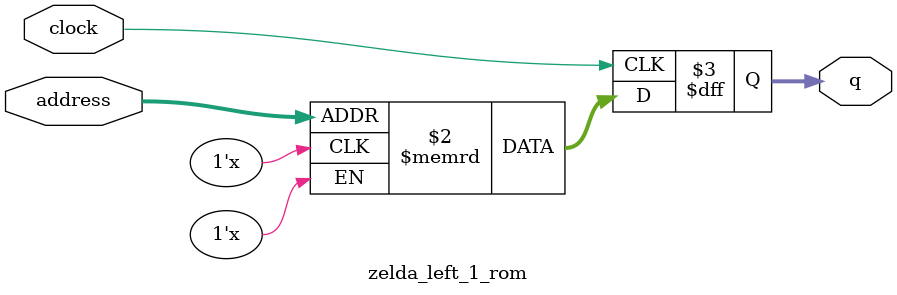
<source format=sv>
module zelda_left_1_rom (
	input logic clock,
	input logic [9:0] address,
	output logic [3:0] q
);

logic [3:0] memory [0:1023] /* synthesis ram_init_file = "./zelda_left_1/zelda_left_1.mif" */;

always_ff @ (posedge clock) begin
	q <= memory[address];
end

endmodule

</source>
